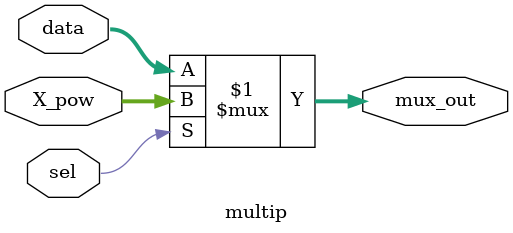
<source format=v>
module multip(input [15:0] data,X_pow,input sel,output [15:0] mux_out);
	assign mux_out = sel ? X_pow : data;
endmodule
</source>
